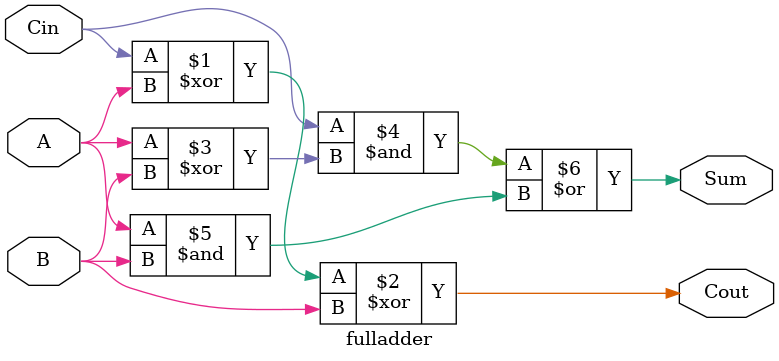
<source format=sv>
`timescale 1ns / 1ps
`default_nettype none


module fulladder(
    input wire A,
    input wire B,
    input wire Cin,
    output wire Cout,
    output wire Sum
    );
    
    assign Cout = Cin ^ A ^ B;
    assign Sum = (Cin & (A ^ B)) | (A & B);
    
    
endmodule

</source>
